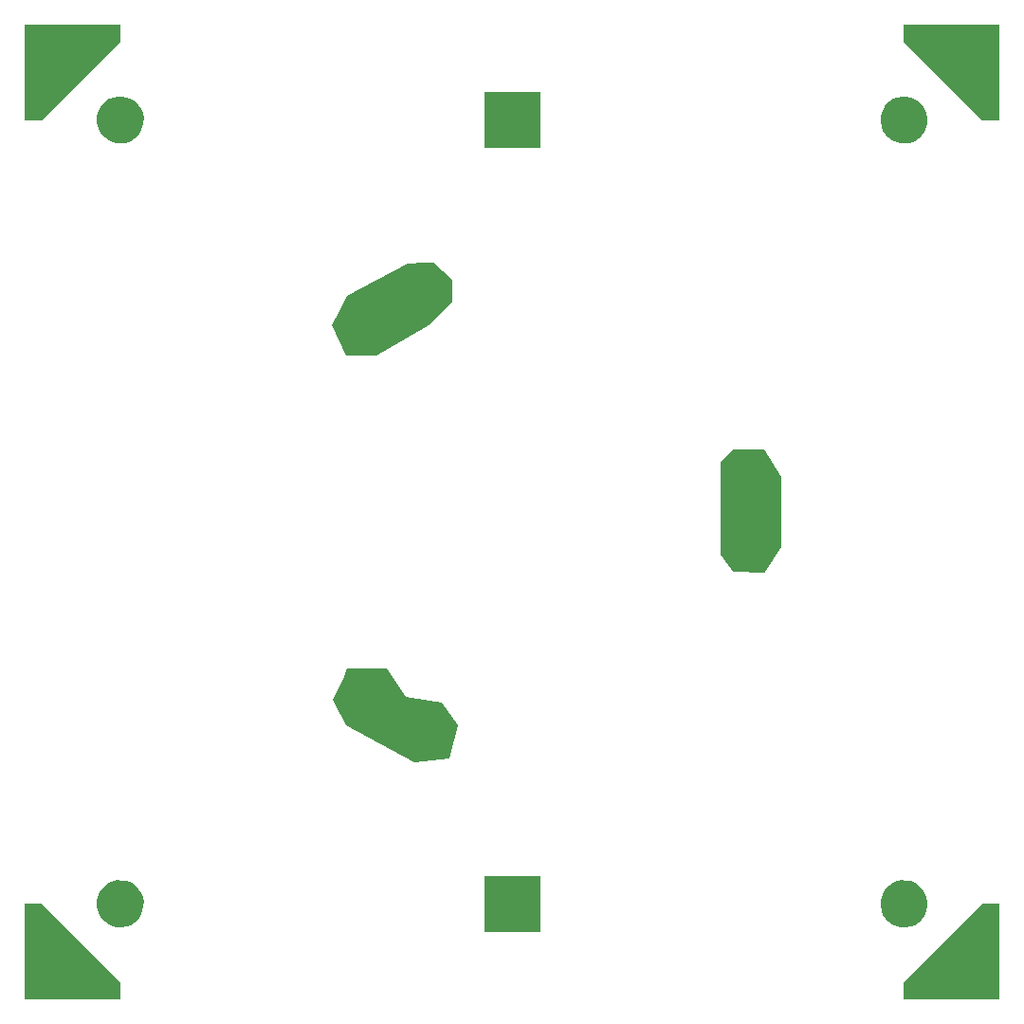
<source format=gts>
G04 #@! TF.FileFunction,Soldermask,Top*
%FSLAX46Y46*%
G04 Gerber Fmt 4.6, Leading zero omitted, Abs format (unit mm)*
G04 Created by KiCad (PCBNEW 4.0.6+dfsg1-1) date Mon Aug 21 20:19:56 2017*
%MOMM*%
%LPD*%
G01*
G04 APERTURE LIST*
%ADD10C,0.100000*%
G04 APERTURE END LIST*
D10*
G36*
X65000000Y-142000000D02*
X65000000Y-143500000D01*
X56500000Y-143500000D01*
X56500000Y-135000000D01*
X58000000Y-135000000D01*
X65000000Y-142000000D01*
X65000000Y-142000000D01*
G37*
G36*
X143500000Y-143500000D02*
X135000000Y-143500000D01*
X135000000Y-142000000D01*
X142000000Y-135000000D01*
X143500000Y-135000000D01*
X143500000Y-143500000D01*
X143500000Y-143500000D01*
G37*
G36*
X102500000Y-137500000D02*
X97500000Y-137500000D01*
X97500000Y-132500000D01*
X102500000Y-132500000D01*
X102500000Y-137500000D01*
X102500000Y-137500000D01*
G37*
G36*
X135220572Y-132901396D02*
X135623992Y-132984206D01*
X136003642Y-133143796D01*
X136345070Y-133374092D01*
X136635259Y-133666314D01*
X136863164Y-134009341D01*
X137020100Y-134390094D01*
X137100006Y-134793653D01*
X137100006Y-134793659D01*
X137100090Y-134794084D01*
X137093522Y-135264473D01*
X137093427Y-135264890D01*
X137093427Y-135264902D01*
X137002283Y-135666070D01*
X136834776Y-136042297D01*
X136597382Y-136378826D01*
X136299148Y-136662830D01*
X135951423Y-136883503D01*
X135567463Y-137032432D01*
X135161891Y-137103945D01*
X134750150Y-137095319D01*
X134347926Y-137006885D01*
X133970534Y-136842006D01*
X133632362Y-136606972D01*
X133346278Y-136310722D01*
X133123187Y-135964553D01*
X132971580Y-135581638D01*
X132897238Y-135176576D01*
X132902987Y-134764780D01*
X132988612Y-134361951D01*
X133150849Y-133983422D01*
X133383521Y-133643614D01*
X133677764Y-133355469D01*
X134022371Y-133129965D01*
X134404213Y-132975691D01*
X134808753Y-132898521D01*
X135220572Y-132901396D01*
X135220572Y-132901396D01*
G37*
G36*
X65220572Y-132901396D02*
X65623992Y-132984206D01*
X66003642Y-133143796D01*
X66345070Y-133374092D01*
X66635259Y-133666314D01*
X66863164Y-134009341D01*
X67020100Y-134390094D01*
X67100006Y-134793653D01*
X67100006Y-134793659D01*
X67100090Y-134794084D01*
X67093522Y-135264473D01*
X67093427Y-135264890D01*
X67093427Y-135264902D01*
X67002283Y-135666070D01*
X66834776Y-136042297D01*
X66597382Y-136378826D01*
X66299148Y-136662830D01*
X65951423Y-136883503D01*
X65567463Y-137032432D01*
X65161891Y-137103945D01*
X64750150Y-137095319D01*
X64347926Y-137006885D01*
X63970534Y-136842006D01*
X63632362Y-136606972D01*
X63346278Y-136310722D01*
X63123187Y-135964553D01*
X62971580Y-135581638D01*
X62897238Y-135176576D01*
X62902987Y-134764780D01*
X62988612Y-134361951D01*
X63150849Y-133983422D01*
X63383521Y-133643614D01*
X63677764Y-133355469D01*
X64022371Y-133129965D01*
X64404213Y-132975691D01*
X64808753Y-132898521D01*
X65220572Y-132901396D01*
X65220572Y-132901396D01*
G37*
G36*
X88805079Y-114007469D02*
X90484705Y-116477507D01*
X90496542Y-116490514D01*
X90511534Y-116499709D01*
X90526884Y-116504136D01*
X93743808Y-116999047D01*
X93743810Y-116999048D01*
X93750000Y-117000000D01*
X95150000Y-119100000D01*
X94400000Y-122000000D01*
X94393900Y-122000775D01*
X94393899Y-122000775D01*
X91256214Y-122399211D01*
X91250000Y-122400000D01*
X85200000Y-119100000D01*
X85195709Y-119091597D01*
X85195708Y-119091596D01*
X84201098Y-117143817D01*
X84000000Y-116750000D01*
X84966265Y-114705978D01*
X85297322Y-114005664D01*
X85297323Y-114005662D01*
X85300000Y-114000000D01*
X88800000Y-114000000D01*
X88805079Y-114007469D01*
X88805079Y-114007469D01*
G37*
G36*
X122501857Y-94403095D02*
X122501860Y-94403099D01*
X123995629Y-96892714D01*
X123995630Y-96892716D01*
X124000000Y-96900000D01*
X124000000Y-103100000D01*
X123995529Y-103107345D01*
X123995529Y-103107346D01*
X122634393Y-105343497D01*
X122600000Y-105400000D01*
X122596214Y-105399934D01*
X122596210Y-105399934D01*
X119756269Y-105350110D01*
X119750000Y-105350000D01*
X119567441Y-105103942D01*
X118603731Y-103805029D01*
X118603731Y-103805028D01*
X118600000Y-103800000D01*
X118600000Y-95500000D01*
X119700000Y-94400000D01*
X122500000Y-94400000D01*
X122501857Y-94403095D01*
X122501857Y-94403095D01*
G37*
G36*
X94700000Y-79300000D02*
X94700000Y-81200000D01*
X92700000Y-83200000D01*
X92696524Y-83202028D01*
X92696521Y-83202030D01*
X87907170Y-85995818D01*
X87907168Y-85995818D01*
X87900000Y-86000000D01*
X85200000Y-86000000D01*
X83900000Y-83300000D01*
X84485393Y-82212841D01*
X85295642Y-80708093D01*
X85300000Y-80700000D01*
X87805866Y-79354257D01*
X90693788Y-77803336D01*
X90700000Y-77800000D01*
X92079062Y-77740041D01*
X92993741Y-77700272D01*
X93000000Y-77700000D01*
X94700000Y-79300000D01*
X94700000Y-79300000D01*
G37*
G36*
X102500000Y-67500000D02*
X97500000Y-67500000D01*
X97500000Y-62500000D01*
X102500000Y-62500000D01*
X102500000Y-67500000D01*
X102500000Y-67500000D01*
G37*
G36*
X65220572Y-62901396D02*
X65623992Y-62984206D01*
X66003642Y-63143796D01*
X66345070Y-63374092D01*
X66635259Y-63666314D01*
X66863164Y-64009341D01*
X67020100Y-64390094D01*
X67100006Y-64793653D01*
X67100006Y-64793659D01*
X67100090Y-64794084D01*
X67093522Y-65264473D01*
X67093427Y-65264890D01*
X67093427Y-65264902D01*
X67002283Y-65666070D01*
X66834776Y-66042297D01*
X66597382Y-66378826D01*
X66299148Y-66662830D01*
X65951423Y-66883503D01*
X65567463Y-67032432D01*
X65161891Y-67103945D01*
X64750150Y-67095319D01*
X64347926Y-67006885D01*
X63970534Y-66842006D01*
X63632362Y-66606972D01*
X63346278Y-66310722D01*
X63123187Y-65964553D01*
X62971580Y-65581638D01*
X62897238Y-65176576D01*
X62902987Y-64764780D01*
X62988612Y-64361951D01*
X63150849Y-63983422D01*
X63383521Y-63643614D01*
X63677764Y-63355469D01*
X64022371Y-63129965D01*
X64404213Y-62975691D01*
X64808753Y-62898521D01*
X65220572Y-62901396D01*
X65220572Y-62901396D01*
G37*
G36*
X135220572Y-62901396D02*
X135623992Y-62984206D01*
X136003642Y-63143796D01*
X136345070Y-63374092D01*
X136635259Y-63666314D01*
X136863164Y-64009341D01*
X137020100Y-64390094D01*
X137100006Y-64793653D01*
X137100006Y-64793659D01*
X137100090Y-64794084D01*
X137093522Y-65264473D01*
X137093427Y-65264890D01*
X137093427Y-65264902D01*
X137002283Y-65666070D01*
X136834776Y-66042297D01*
X136597382Y-66378826D01*
X136299148Y-66662830D01*
X135951423Y-66883503D01*
X135567463Y-67032432D01*
X135161891Y-67103945D01*
X134750150Y-67095319D01*
X134347926Y-67006885D01*
X133970534Y-66842006D01*
X133632362Y-66606972D01*
X133346278Y-66310722D01*
X133123187Y-65964553D01*
X132971580Y-65581638D01*
X132897238Y-65176576D01*
X132902987Y-64764780D01*
X132988612Y-64361951D01*
X133150849Y-63983422D01*
X133383521Y-63643614D01*
X133677764Y-63355469D01*
X134022371Y-63129965D01*
X134404213Y-62975691D01*
X134808753Y-62898521D01*
X135220572Y-62901396D01*
X135220572Y-62901396D01*
G37*
G36*
X143500000Y-65000000D02*
X142000000Y-65000000D01*
X135000000Y-58000000D01*
X135000000Y-56500000D01*
X143500000Y-56500000D01*
X143500000Y-65000000D01*
X143500000Y-65000000D01*
G37*
G36*
X65000000Y-58000000D02*
X58000000Y-65000000D01*
X56500000Y-65000000D01*
X56500000Y-56500000D01*
X65000000Y-56500000D01*
X65000000Y-58000000D01*
X65000000Y-58000000D01*
G37*
M02*

</source>
